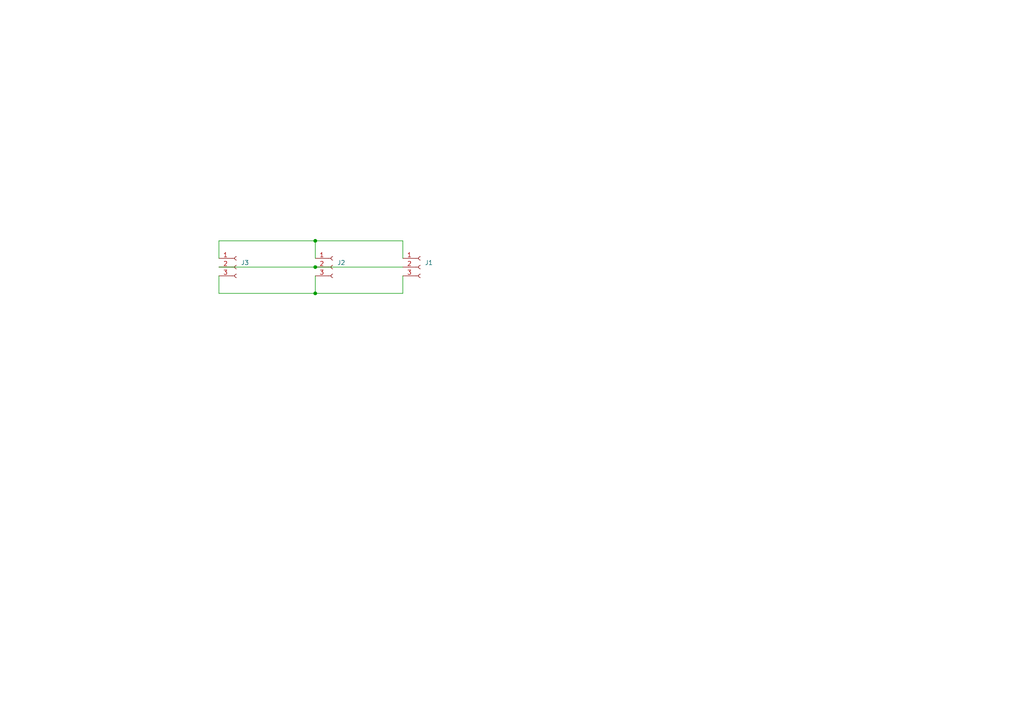
<source format=kicad_sch>
(kicad_sch (version 20231120) (generator "eeschema") (generator_version "8.0")
  (paper "A4")
  (lib_symbols
    (symbol "Connector:Conn_01x03_Socket" (pin_names (offset 1.016) hide)
      (property "Reference" "J" (at 0 5.08 0))
      (property "Value" "Conn_01x03_Socket" (at 0 -5.08 0))
      (symbol "Conn_01x03_Socket_1_1"
        (arc (start 0 -2.032) (mid -0.5058 -2.54) (end 0 -3.048) (stroke (width 0.1524)))
        (polyline (pts (xy -1.27 -2.54) (xy -0.508 -2.54)) (stroke (width 0.1524)))
        (polyline (pts (xy -1.27 0) (xy -0.508 0)) (stroke (width 0.1524)))
        (polyline (pts (xy -1.27 2.54) (xy -0.508 2.54)) (stroke (width 0.1524)))
        (arc (start 0 0.508) (mid -0.5058 0) (end 0 -0.508) (stroke (width 0.1524)))
        (arc (start 0 3.048) (mid -0.5058 2.54) (end 0 2.032) (stroke (width 0.1524)))
        (pin passive line (at -5.08 2.54 0) (length 3.81) (name "Pin_1") (number "1"))
        (pin passive line (at -5.08 0 0) (length 3.81) (name "Pin_2") (number "2"))
        (pin passive line (at -5.08 -2.54 0) (length 3.81) (name "Pin_3") (number "3"))
      )
    )
  )
  (junction (at 91.44 69.85))
  (junction (at 91.44 77.47))
  (junction (at 91.44 85.09))
  (wire (pts (xy 91.44 69.85) (xy 91.44 74.93)))
  (wire (pts (xy 63.5 74.93) (xy 63.5 69.85)))
  (wire (pts (xy 116.84 69.85) (xy 91.44 69.85)))
  (wire (pts (xy 91.44 80.01) (xy 91.44 85.09)))
  (wire (pts (xy 63.5 77.47) (xy 91.44 77.47)))
  (wire (pts (xy 91.44 85.09) (xy 116.84 85.09)))
  (wire (pts (xy 116.84 74.93) (xy 116.84 69.85)))
  (wire (pts (xy 116.84 80.01) (xy 116.84 85.09)))
  (wire (pts (xy 91.44 77.47) (xy 116.84 77.47)))
  (wire (pts (xy 63.5 80.01) (xy 63.5 85.09)))
  (wire (pts (xy 63.5 85.09) (xy 91.44 85.09)))
  (wire (pts (xy 63.5 69.85) (xy 91.44 69.85)))
  (symbol (lib_id "Connector:Conn_01x03_Socket") (at 96.52 77.47 0) (unit 1)
    (property "Reference" "J2" (at 97.79 76.1999 0) (effects (justify left)))
    (property "Value" "Conn_01x03_Socket" (effects (hide yes)))
    (property "Footprint" "Connector_PinHeader_2.54mm:PinHeader_1x03_P2.54mm_Vertical" (effects (hide yes)))
    (property "Description" "Generic connector, single row, 01x03, script generated" (effects (hide yes)))
  )
  (symbol (lib_id "Connector:Conn_01x03_Socket") (at 121.92 77.47 0) (unit 1)
    (property "Reference" "J1" (at 123.19 76.1999 0) (effects (justify left)))
    (property "Value" "Conn_01x03_Socket" (effects (hide yes)))
    (property "Footprint" "Connector_PinHeader_2.54mm:PinHeader_1x03_P2.54mm_Vertical" (effects (hide yes)))
    (property "Description" "Generic connector, single row, 01x03, script generated" (effects (hide yes)))
  )
  (symbol (lib_id "Connector:Conn_01x03_Socket") (at 68.58 77.47 0) (unit 1)
    (property "Reference" "J3" (at 69.85 76.1999 0) (effects (justify left)))
    (property "Value" "Conn_01x03_Socket" (effects (hide yes)))
    (property "Footprint" "Connector_PinHeader_2.54mm:PinHeader_1x03_P2.54mm_Vertical" (effects (hide yes)))
    (property "Description" "Generic connector, single row, 01x03, script generated" (effects (hide yes)))
  )
)
</source>
